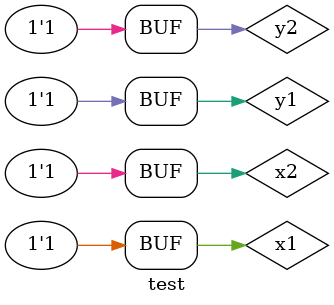
<source format=sv>
module test;
  
  reg x1;
  reg y1;
  reg x2;
  reg y2;
  wire a;
  wire b;

  p1c1 P1C1(.x1(x1), .y1(y1), .x2(x2), .y2(y2), .a(a));
  p1c2 P1C2(.x1(x1), .y1(y1), .x2(x2), .y2(y2), .a(b));

            
  initial begin
    $dumpfile("dump.vcd");
    $dumpvars(1);
    
    $monitor(x1,y1,x2,y2);
    
        for (int i=0; i<16; i=i+1) begin
            {x1,y1,x2,y2} = i;
          	#5;
        end
    
  end

endmodule
</source>
